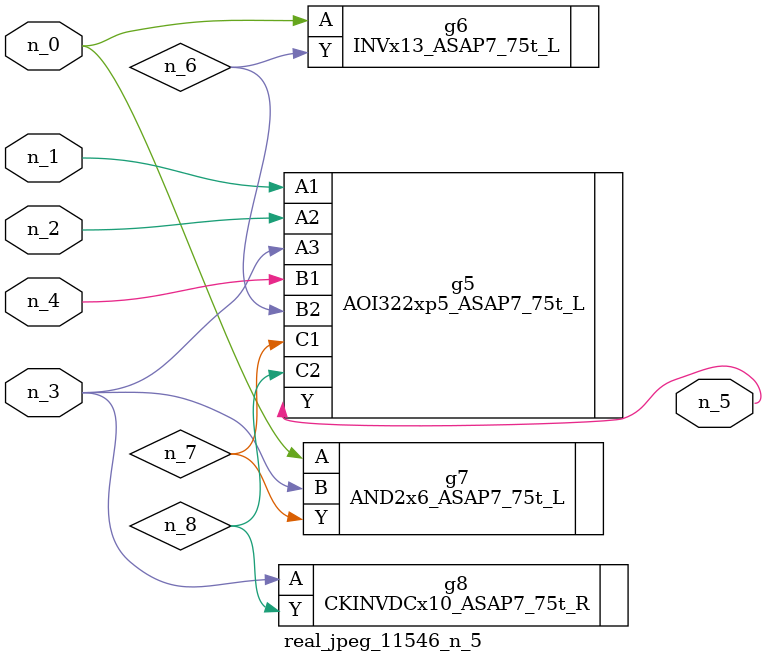
<source format=v>
module real_jpeg_11546_n_5 (n_4, n_0, n_1, n_2, n_3, n_5);

input n_4;
input n_0;
input n_1;
input n_2;
input n_3;

output n_5;

wire n_8;
wire n_6;
wire n_7;

INVx13_ASAP7_75t_L g6 ( 
.A(n_0),
.Y(n_6)
);

AND2x6_ASAP7_75t_L g7 ( 
.A(n_0),
.B(n_3),
.Y(n_7)
);

AOI322xp5_ASAP7_75t_L g5 ( 
.A1(n_1),
.A2(n_2),
.A3(n_3),
.B1(n_4),
.B2(n_6),
.C1(n_7),
.C2(n_8),
.Y(n_5)
);

CKINVDCx10_ASAP7_75t_R g8 ( 
.A(n_3),
.Y(n_8)
);


endmodule
</source>
